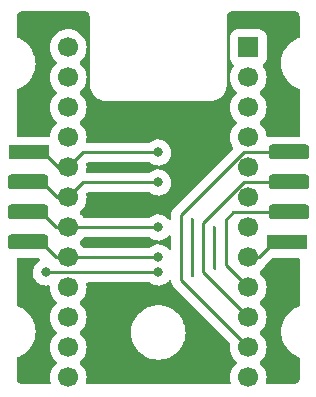
<source format=gbl>
%TF.GenerationSoftware,KiCad,Pcbnew,(6.0.11-0)*%
%TF.CreationDate,2023-02-15T20:24:27+08:00*%
%TF.ProjectId,Control,436f6e74-726f-46c2-9e6b-696361645f70,rev?*%
%TF.SameCoordinates,PX60e4b00PY5ad6650*%
%TF.FileFunction,Copper,L2,Bot*%
%TF.FilePolarity,Positive*%
%FSLAX46Y46*%
G04 Gerber Fmt 4.6, Leading zero omitted, Abs format (unit mm)*
G04 Created by KiCad (PCBNEW (6.0.11-0)) date 2023-02-15 20:24:27*
%MOMM*%
%LPD*%
G01*
G04 APERTURE LIST*
G04 Aperture macros list*
%AMRoundRect*
0 Rectangle with rounded corners*
0 $1 Rounding radius*
0 $2 $3 $4 $5 $6 $7 $8 $9 X,Y pos of 4 corners*
0 Add a 4 corners polygon primitive as box body*
4,1,4,$2,$3,$4,$5,$6,$7,$8,$9,$2,$3,0*
0 Add four circle primitives for the rounded corners*
1,1,$1+$1,$2,$3*
1,1,$1+$1,$4,$5*
1,1,$1+$1,$6,$7*
1,1,$1+$1,$8,$9*
0 Add four rect primitives between the rounded corners*
20,1,$1+$1,$2,$3,$4,$5,0*
20,1,$1+$1,$4,$5,$6,$7,0*
20,1,$1+$1,$6,$7,$8,$9,0*
20,1,$1+$1,$8,$9,$2,$3,0*%
G04 Aperture macros list end*
%TA.AperFunction,ComponentPad*%
%ADD10R,1.700000X1.700000*%
%TD*%
%TA.AperFunction,ComponentPad*%
%ADD11C,1.700000*%
%TD*%
%TA.AperFunction,ConnectorPad*%
%ADD12R,3.429000X1.270000*%
%TD*%
%TA.AperFunction,ConnectorPad*%
%ADD13RoundRect,0.317500X1.397000X-0.317500X1.397000X0.317500X-1.397000X0.317500X-1.397000X-0.317500X0*%
%TD*%
%TA.AperFunction,ConnectorPad*%
%ADD14RoundRect,0.317500X-1.397000X0.317500X-1.397000X-0.317500X1.397000X-0.317500X1.397000X0.317500X0*%
%TD*%
%TA.AperFunction,ViaPad*%
%ADD15C,0.800000*%
%TD*%
%TA.AperFunction,Conductor*%
%ADD16C,0.250000*%
%TD*%
G04 APERTURE END LIST*
D10*
%TO.P,U1,1,TX0/PD3*%
%TO.N,unconnected-(U1-Pad1)*%
X7620000Y12700000D03*
D11*
%TO.P,U1,2,RX1/PD2*%
%TO.N,unconnected-(U1-Pad2)*%
X7620000Y10160000D03*
%TO.P,U1,3,GND*%
%TO.N,unconnected-(U1-Pad3)*%
X7620000Y7620000D03*
%TO.P,U1,4,GND*%
%TO.N,unconnected-(U1-Pad4)*%
X7620000Y5080000D03*
%TO.P,U1,5,2/PD1*%
%TO.N,unconnected-(U1-Pad5)*%
X7620000Y2540000D03*
%TO.P,U1,6,3/PD0*%
%TO.N,unconnected-(U1-Pad6)*%
X7620000Y0D03*
%TO.P,U1,7,4/PD4*%
%TO.N,unconnected-(U1-Pad7)*%
X7620000Y-2540000D03*
%TO.P,U1,8,5/PC6*%
%TO.N,Row 5*%
X7620000Y-5080000D03*
%TO.P,U1,9,6/PD7*%
%TO.N,C56 Right*%
X7620000Y-7620000D03*
%TO.P,U1,10,7/PE6*%
%TO.N,C34 Right*%
X7620000Y-10160000D03*
%TO.P,U1,11,8/PB4*%
%TO.N,C12 Right*%
X7620000Y-12700000D03*
%TO.P,U1,12,9/PB5*%
%TO.N,unconnected-(U1-Pad12)*%
X7620000Y-15240000D03*
%TO.P,U1,13,10/PB6*%
%TO.N,unconnected-(U1-Pad13)*%
X-7620000Y-15240000D03*
%TO.P,U1,14,16/PB2*%
%TO.N,C12 Left*%
X-7620000Y-12700000D03*
%TO.P,U1,15,14/PB3*%
%TO.N,C34 Left*%
X-7620000Y-10160000D03*
%TO.P,U1,16,15/PB1*%
%TO.N,C56 Left*%
X-7620000Y-7620000D03*
%TO.P,U1,17,A0/PF7*%
%TO.N,Row 4*%
X-7620000Y-5080000D03*
%TO.P,U1,18,A1/PF6*%
%TO.N,Row 3*%
X-7620000Y-2540000D03*
%TO.P,U1,19,A2/PF5*%
%TO.N,Row 2*%
X-7620000Y0D03*
%TO.P,U1,20,A3/PF4*%
%TO.N,Row 1*%
X-7620000Y2540000D03*
%TO.P,U1,21,VCC*%
%TO.N,unconnected-(U1-Pad21)*%
X-7620000Y5080000D03*
%TO.P,U1,22,RST*%
%TO.N,unconnected-(U1-Pad22)*%
X-7620000Y7620000D03*
%TO.P,U1,23,GND*%
%TO.N,unconnected-(U1-Pad23)*%
X-7620000Y10160000D03*
%TO.P,U1,24,RAW*%
%TO.N,unconnected-(U1-Pad24)*%
X-7620000Y12700000D03*
%TD*%
D12*
%TO.P,J2,1,Pin_1*%
%TO.N,Row 5*%
X10922000Y-3810000D03*
D13*
%TO.P,J2,3,Pin_3*%
%TO.N,C56 Right*%
X11049000Y-1270000D03*
%TO.P,J2,5,Pin_5*%
%TO.N,C34 Right*%
X11049000Y1270000D03*
%TO.P,J2,7,Pin_7*%
%TO.N,C12 Right*%
X11049000Y3810000D03*
%TD*%
D12*
%TO.P,J1,1,Pin_1*%
%TO.N,Row 1*%
X-10922000Y3810000D03*
D14*
%TO.P,J1,3,Pin_3*%
%TO.N,Row 2*%
X-11049000Y1270000D03*
%TO.P,J1,5,Pin_5*%
%TO.N,Row 3*%
X-11049000Y-1270000D03*
%TO.P,J1,7,Pin_7*%
%TO.N,Row 4*%
X-11049000Y-3810000D03*
%TD*%
D15*
%TO.N,Row 1*%
X0Y3810000D03*
%TO.N,Row 2*%
X0Y1270000D03*
%TO.N,Row 3*%
X0Y-2540000D03*
%TO.N,Row 4*%
X0Y-5080000D03*
%TO.N,Row 5*%
X-9525000Y-6350000D03*
X0Y-6350000D03*
%TD*%
D16*
%TO.N,Row 1*%
X-6350000Y3810000D02*
X0Y3810000D01*
X-10922000Y3810000D02*
X-9779000Y3810000D01*
X-9779000Y3810000D02*
X-8509000Y2540000D01*
X-8509000Y2540000D02*
X-7620000Y2540000D01*
X-7620000Y2540000D02*
X-6350000Y3810000D01*
%TO.N,Row 2*%
X-11049000Y1270000D02*
X-9842500Y1270000D01*
X-8572500Y0D02*
X-7620000Y0D01*
X-6350000Y1270000D02*
X0Y1270000D01*
X-9842500Y1270000D02*
X-8572500Y0D01*
X-7620000Y0D02*
X-6350000Y1270000D01*
%TO.N,Row 3*%
X-7620000Y-2540000D02*
X0Y-2540000D01*
X-8636000Y-2540000D02*
X-7620000Y-2540000D01*
X-9906000Y-1270000D02*
X-8636000Y-2540000D01*
X-11049000Y-1270000D02*
X-9906000Y-1270000D01*
%TO.N,Row 4*%
X-9906000Y-3810000D02*
X-8636000Y-5080000D01*
X-8636000Y-5080000D02*
X-7620000Y-5080000D01*
X-7620000Y-5080000D02*
X0Y-5080000D01*
X-11049000Y-3810000D02*
X-9906000Y-3810000D01*
%TO.N,Row 5*%
X10477500Y-3810000D02*
X9779000Y-3810000D01*
X0Y-6350000D02*
X-9525000Y-6350000D01*
X8509000Y-5080000D02*
X7620000Y-5080000D01*
X9779000Y-3810000D02*
X8509000Y-5080000D01*
%TO.N,C56 Right*%
X11049000Y-1270000D02*
X6350000Y-1270000D01*
X5715000Y-5715000D02*
X7620000Y-7620000D01*
X5715000Y-1905000D02*
X5715000Y-5715000D01*
X6350000Y-1270000D02*
X5715000Y-1905000D01*
%TO.N,C34 Right*%
X7228299Y1270000D02*
X3810000Y-2148299D01*
X11049000Y1270000D02*
X7228299Y1270000D01*
X3810000Y-2148299D02*
X3810000Y-6350000D01*
X3810000Y-6350000D02*
X7620000Y-10160000D01*
%TO.N,C12 Right*%
X1905000Y-6985000D02*
X7620000Y-12700000D01*
X1905000Y-1513299D02*
X1905000Y-6985000D01*
X7228299Y3810000D02*
X1905000Y-1513299D01*
X11049000Y3810000D02*
X7228299Y3810000D01*
%TD*%
%TA.AperFunction,NonConductor*%
G36*
X-6387986Y15808422D02*
G01*
X-6364920Y15805385D01*
X-6364916Y15805385D01*
X-6357389Y15804394D01*
X-6344735Y15805791D01*
X-6316808Y15805760D01*
X-6246832Y15797875D01*
X-6237377Y15796810D01*
X-6209876Y15790533D01*
X-6116301Y15757790D01*
X-6090885Y15745550D01*
X-6006941Y15692804D01*
X-5984882Y15675212D01*
X-5914788Y15605118D01*
X-5897196Y15583059D01*
X-5844450Y15499115D01*
X-5832210Y15473699D01*
X-5799468Y15380128D01*
X-5793190Y15352624D01*
X-5785026Y15280172D01*
X-5785193Y15262525D01*
X-5784535Y15262518D01*
X-5784614Y15254920D01*
X-5785606Y15247389D01*
X-5783614Y15229347D01*
X-5781261Y15208032D01*
X-5780500Y15194206D01*
X-5780500Y9579432D01*
X-5781578Y9562986D01*
X-5785606Y9532389D01*
X-5784772Y9524836D01*
X-5784451Y9521924D01*
X-5784078Y9517985D01*
X-5781273Y9482346D01*
X-5768137Y9315436D01*
X-5766983Y9310629D01*
X-5766982Y9310623D01*
X-5751424Y9245821D01*
X-5719064Y9111032D01*
X-5717171Y9106461D01*
X-5717170Y9106459D01*
X-5641855Y8924634D01*
X-5638619Y8916821D01*
X-5528783Y8737585D01*
X-5392261Y8577739D01*
X-5232415Y8441217D01*
X-5053179Y8331381D01*
X-5048609Y8329488D01*
X-5048605Y8329486D01*
X-4863541Y8252830D01*
X-4858968Y8250936D01*
X-4787723Y8233832D01*
X-4659377Y8203018D01*
X-4659371Y8203017D01*
X-4654564Y8201863D01*
X-4562563Y8194623D01*
X-4495521Y8189346D01*
X-4487654Y8188477D01*
X-4463863Y8185091D01*
X-4463857Y8185091D01*
X-4459778Y8184510D01*
X-4452932Y8184438D01*
X-4449135Y8184398D01*
X-4449129Y8184398D01*
X-4445000Y8184355D01*
X-4440894Y8184852D01*
X-4440892Y8184852D01*
X-4418333Y8187582D01*
X-4410028Y8188587D01*
X-4394892Y8189500D01*
X4386239Y8189500D01*
X4403992Y8188243D01*
X4426138Y8185091D01*
X4426142Y8185091D01*
X4430222Y8184510D01*
X4437114Y8184438D01*
X4440866Y8184398D01*
X4440871Y8184398D01*
X4445000Y8184355D01*
X4466376Y8186942D01*
X4471584Y8187462D01*
X4654564Y8201863D01*
X4659371Y8203017D01*
X4659377Y8203018D01*
X4787723Y8233832D01*
X4858968Y8250936D01*
X4863541Y8252830D01*
X5048605Y8329486D01*
X5048609Y8329488D01*
X5053179Y8331381D01*
X5232415Y8441217D01*
X5392261Y8577739D01*
X5528783Y8737585D01*
X5638619Y8916821D01*
X5641856Y8924634D01*
X5717170Y9106459D01*
X5717171Y9106461D01*
X5719064Y9111032D01*
X5751424Y9245821D01*
X5766982Y9310623D01*
X5766983Y9310629D01*
X5768137Y9315436D01*
X5780654Y9474479D01*
X5781523Y9482346D01*
X5784909Y9506137D01*
X5784909Y9506143D01*
X5785490Y9510222D01*
X5785562Y9517068D01*
X5785602Y9520865D01*
X5785602Y9520871D01*
X5785645Y9525000D01*
X5783840Y9539920D01*
X5781413Y9559971D01*
X5780500Y9575108D01*
X5780500Y15181239D01*
X5781757Y15198992D01*
X5784909Y15221138D01*
X5784909Y15221142D01*
X5785490Y15225222D01*
X5785645Y15240000D01*
X5784750Y15247397D01*
X5784629Y15276646D01*
X5793190Y15352622D01*
X5799468Y15380128D01*
X5832210Y15473699D01*
X5844450Y15499115D01*
X5897196Y15583059D01*
X5914788Y15605118D01*
X5984882Y15675212D01*
X6006941Y15692804D01*
X6090885Y15745550D01*
X6116301Y15757790D01*
X6209876Y15790533D01*
X6237376Y15796810D01*
X6238697Y15796959D01*
X6309828Y15804974D01*
X6327475Y15804807D01*
X6327482Y15805465D01*
X6335080Y15805386D01*
X6342611Y15804394D01*
X6381968Y15808739D01*
X6395794Y15809500D01*
X11375568Y15809500D01*
X11392014Y15808422D01*
X11415080Y15805385D01*
X11415084Y15805385D01*
X11422611Y15804394D01*
X11435265Y15805791D01*
X11463192Y15805760D01*
X11533168Y15797875D01*
X11542623Y15796810D01*
X11570124Y15790533D01*
X11663699Y15757790D01*
X11689115Y15745550D01*
X11773059Y15692804D01*
X11795118Y15675212D01*
X11865212Y15605118D01*
X11882804Y15583059D01*
X11935550Y15499115D01*
X11947790Y15473699D01*
X11980532Y15380128D01*
X11986810Y15352624D01*
X11994974Y15280172D01*
X11994807Y15262525D01*
X11995465Y15262518D01*
X11995386Y15254920D01*
X11994394Y15247389D01*
X11996386Y15229347D01*
X11998739Y15208032D01*
X11999500Y15194206D01*
X11999500Y13651932D01*
X11979498Y13583811D01*
X11925842Y13537318D01*
X11914004Y13532620D01*
X11817748Y13499945D01*
X11814055Y13498124D01*
X11814053Y13498123D01*
X11550986Y13368393D01*
X11550981Y13368390D01*
X11547282Y13366566D01*
X11543849Y13364272D01*
X11299970Y13201318D01*
X11299965Y13201314D01*
X11296539Y13199025D01*
X11293445Y13196311D01*
X11293439Y13196307D01*
X11072900Y13002898D01*
X11069811Y13000189D01*
X11067102Y12997100D01*
X10873693Y12776561D01*
X10873689Y12776555D01*
X10870975Y12773461D01*
X10703434Y12522718D01*
X10701610Y12519019D01*
X10701607Y12519014D01*
X10668505Y12451889D01*
X10570055Y12252252D01*
X10568729Y12248347D01*
X10568729Y12248346D01*
X10483913Y11998485D01*
X10473120Y11966691D01*
X10472316Y11962647D01*
X10472314Y11962641D01*
X10423060Y11715022D01*
X10414287Y11670920D01*
X10414018Y11666815D01*
X10414017Y11666808D01*
X10397913Y11421093D01*
X10394564Y11370000D01*
X10394834Y11365881D01*
X10413953Y11074179D01*
X10414287Y11069080D01*
X10415089Y11065047D01*
X10415090Y11065041D01*
X10472314Y10777359D01*
X10473120Y10773309D01*
X10474447Y10769400D01*
X10474448Y10769396D01*
X10568729Y10491654D01*
X10570055Y10487748D01*
X10703434Y10217282D01*
X10870975Y9966539D01*
X10873689Y9963445D01*
X10873693Y9963439D01*
X11067102Y9742900D01*
X11069811Y9739811D01*
X11072900Y9737102D01*
X11293439Y9543693D01*
X11293445Y9543689D01*
X11296539Y9540975D01*
X11299965Y9538686D01*
X11299970Y9538682D01*
X11433155Y9449691D01*
X11547282Y9373434D01*
X11550981Y9371610D01*
X11550986Y9371607D01*
X11813690Y9242056D01*
X11817748Y9240055D01*
X11821646Y9238732D01*
X11821648Y9238731D01*
X11914002Y9207381D01*
X11972078Y9166544D01*
X11998856Y9100791D01*
X11999500Y9088068D01*
X11999500Y5271500D01*
X11979498Y5203379D01*
X11925842Y5156886D01*
X11873500Y5145500D01*
X9554766Y5145500D01*
X9548627Y5145189D01*
X9544040Y5144264D01*
X9544039Y5144264D01*
X9358970Y5106948D01*
X9358969Y5106948D01*
X9352925Y5105729D01*
X9339368Y5100086D01*
X9268794Y5092373D01*
X9205251Y5124041D01*
X9168917Y5185035D01*
X9165336Y5206525D01*
X9156534Y5318370D01*
X9156534Y5318371D01*
X9156146Y5323302D01*
X9099172Y5560612D01*
X9097282Y5565175D01*
X9097280Y5565181D01*
X9007672Y5781515D01*
X9007670Y5781519D01*
X9005777Y5786089D01*
X8878259Y5994179D01*
X8719759Y6179759D01*
X8632611Y6254190D01*
X8593803Y6313640D01*
X8593297Y6384634D01*
X8632611Y6445810D01*
X8719759Y6520241D01*
X8878259Y6705821D01*
X9005777Y6913911D01*
X9007672Y6918485D01*
X9097280Y7134819D01*
X9097282Y7134825D01*
X9099172Y7139388D01*
X9156146Y7376698D01*
X9175294Y7620000D01*
X9156146Y7863302D01*
X9099172Y8100612D01*
X9097282Y8105175D01*
X9097280Y8105181D01*
X9007672Y8321515D01*
X9007670Y8321519D01*
X9005777Y8326089D01*
X8878259Y8534179D01*
X8719759Y8719759D01*
X8632611Y8794190D01*
X8593803Y8853640D01*
X8593297Y8924634D01*
X8632611Y8985810D01*
X8719759Y9060241D01*
X8878259Y9245821D01*
X9005777Y9453911D01*
X9007672Y9458485D01*
X9097280Y9674819D01*
X9097282Y9674825D01*
X9099172Y9679388D01*
X9156146Y9916698D01*
X9175294Y10160000D01*
X9156146Y10403302D01*
X9099172Y10640612D01*
X9097282Y10645175D01*
X9097280Y10645181D01*
X9007672Y10861515D01*
X9007670Y10861519D01*
X9005777Y10866089D01*
X8878259Y11074179D01*
X8875046Y11077941D01*
X8875043Y11077945D01*
X8859699Y11095911D01*
X8830668Y11160700D01*
X8841273Y11230900D01*
X8890240Y11285517D01*
X8905408Y11294703D01*
X9025297Y11414592D01*
X9113127Y11559617D01*
X9163829Y11721406D01*
X9170500Y11794007D01*
X9170500Y12700000D01*
X9170499Y13603109D01*
X9170499Y13605992D01*
X9170234Y13608884D01*
X9164440Y13671940D01*
X9163829Y13678594D01*
X9113127Y13840383D01*
X9025297Y13985408D01*
X8905408Y14105297D01*
X8760383Y14193127D01*
X8753136Y14195398D01*
X8753134Y14195399D01*
X8687894Y14215844D01*
X8598594Y14243829D01*
X8525993Y14250500D01*
X8523095Y14250500D01*
X7617650Y14250499D01*
X6714008Y14250499D01*
X6711150Y14250236D01*
X6711141Y14250236D01*
X6675757Y14246985D01*
X6641406Y14243829D01*
X6635028Y14241830D01*
X6635027Y14241830D01*
X6486866Y14195399D01*
X6486864Y14195398D01*
X6479617Y14193127D01*
X6334592Y14105297D01*
X6214703Y13985408D01*
X6126873Y13840383D01*
X6076171Y13678594D01*
X6069500Y13605993D01*
X6069500Y13603095D01*
X6069501Y12697646D01*
X6069501Y11794008D01*
X6069764Y11791150D01*
X6069764Y11791141D01*
X6070253Y11785821D01*
X6076171Y11721406D01*
X6126873Y11559617D01*
X6214703Y11414592D01*
X6334592Y11294703D01*
X6349760Y11285517D01*
X6397666Y11233123D01*
X6409642Y11163144D01*
X6380301Y11095911D01*
X6364957Y11077945D01*
X6364954Y11077941D01*
X6361741Y11074179D01*
X6234223Y10866089D01*
X6232330Y10861519D01*
X6232328Y10861515D01*
X6142720Y10645181D01*
X6142718Y10645175D01*
X6140828Y10640612D01*
X6083854Y10403302D01*
X6064706Y10160000D01*
X6083854Y9916698D01*
X6140828Y9679388D01*
X6142718Y9674825D01*
X6142720Y9674819D01*
X6232328Y9458485D01*
X6234223Y9453911D01*
X6361741Y9245821D01*
X6520241Y9060241D01*
X6607389Y8985810D01*
X6646197Y8926360D01*
X6646703Y8855366D01*
X6607389Y8794190D01*
X6520241Y8719759D01*
X6361741Y8534179D01*
X6234223Y8326089D01*
X6232330Y8321519D01*
X6232328Y8321515D01*
X6142720Y8105181D01*
X6142718Y8105175D01*
X6140828Y8100612D01*
X6083854Y7863302D01*
X6064706Y7620000D01*
X6083854Y7376698D01*
X6140828Y7139388D01*
X6142718Y7134825D01*
X6142720Y7134819D01*
X6232328Y6918485D01*
X6234223Y6913911D01*
X6361741Y6705821D01*
X6520241Y6520241D01*
X6607389Y6445810D01*
X6646197Y6386360D01*
X6646703Y6315366D01*
X6607389Y6254190D01*
X6520241Y6179759D01*
X6361741Y5994179D01*
X6234223Y5786089D01*
X6232330Y5781519D01*
X6232328Y5781515D01*
X6142720Y5565181D01*
X6142718Y5565175D01*
X6140828Y5560612D01*
X6083854Y5323302D01*
X6064706Y5080000D01*
X6083854Y4836698D01*
X6140828Y4599388D01*
X6142718Y4594825D01*
X6142720Y4594819D01*
X6212409Y4426575D01*
X6234223Y4373911D01*
X6236808Y4369692D01*
X6236814Y4369681D01*
X6330718Y4216445D01*
X6349257Y4147912D01*
X6327801Y4080235D01*
X6312381Y4061515D01*
X1349583Y-901283D01*
X1341817Y-908425D01*
X1303671Y-940661D01*
X1256207Y-1002741D01*
X1254397Y-1005049D01*
X1205455Y-1065921D01*
X1202421Y-1072032D01*
X1201128Y-1074054D01*
X1200803Y-1074518D01*
X1200389Y-1075184D01*
X1200127Y-1075660D01*
X1198873Y-1077731D01*
X1194733Y-1083146D01*
X1186986Y-1099759D01*
X1161747Y-1153884D01*
X1160413Y-1156655D01*
X1125705Y-1226575D01*
X1124054Y-1233198D01*
X1123223Y-1235456D01*
X1123006Y-1235977D01*
X1122746Y-1236711D01*
X1122584Y-1237261D01*
X1121815Y-1239519D01*
X1118933Y-1245700D01*
X1117445Y-1252357D01*
X1117443Y-1252363D01*
X1101907Y-1321865D01*
X1101199Y-1324861D01*
X1090989Y-1365811D01*
X1082314Y-1400605D01*
X1082123Y-1407428D01*
X1081795Y-1409823D01*
X1081597Y-1410920D01*
X1080935Y-1415693D01*
X1079807Y-1420739D01*
X1079500Y-1426230D01*
X1079500Y-1499606D01*
X1079451Y-1503123D01*
X1078353Y-1542449D01*
X1077307Y-1579894D01*
X1078586Y-1586597D01*
X1079094Y-1592912D01*
X1079500Y-1603019D01*
X1079500Y-1766869D01*
X1059498Y-1834990D01*
X1005842Y-1881483D01*
X935568Y-1891587D01*
X870988Y-1862093D01*
X852542Y-1842258D01*
X824788Y-1805091D01*
X824787Y-1805090D01*
X821335Y-1800467D01*
X810315Y-1790280D01*
X677053Y-1667094D01*
X677051Y-1667092D01*
X672812Y-1663174D01*
X645374Y-1645862D01*
X506637Y-1558325D01*
X501757Y-1555246D01*
X313898Y-1480298D01*
X115526Y-1440839D01*
X109752Y-1440763D01*
X109748Y-1440763D01*
X7257Y-1439422D01*
X-86714Y-1438192D01*
X-92411Y-1439171D01*
X-92412Y-1439171D01*
X-280354Y-1471465D01*
X-280355Y-1471465D01*
X-286051Y-1472444D01*
X-475807Y-1542449D01*
X-480768Y-1545401D01*
X-480769Y-1545401D01*
X-531631Y-1575661D01*
X-649629Y-1645862D01*
X-665856Y-1660093D01*
X-692242Y-1683232D01*
X-756647Y-1713109D01*
X-775319Y-1714500D01*
X-6236835Y-1714500D01*
X-6304956Y-1694498D01*
X-6344267Y-1654336D01*
X-6359155Y-1630041D01*
X-6361741Y-1625821D01*
X-6404581Y-1575661D01*
X-6517028Y-1444003D01*
X-6520241Y-1440241D01*
X-6607389Y-1365810D01*
X-6646197Y-1306360D01*
X-6646703Y-1235366D01*
X-6607389Y-1174190D01*
X-6520241Y-1099759D01*
X-6361741Y-914179D01*
X-6234223Y-706089D01*
X-6212409Y-653425D01*
X-6142720Y-485181D01*
X-6142718Y-485175D01*
X-6140828Y-480612D01*
X-6083854Y-243302D01*
X-6064706Y0D01*
X-6083854Y243302D01*
X-6091661Y275820D01*
X-6088115Y346727D01*
X-6058238Y394329D01*
X-6044972Y407595D01*
X-5982660Y441621D01*
X-5955877Y444500D01*
X-780575Y444500D01*
X-712454Y424498D01*
X-701282Y416421D01*
X-699667Y415113D01*
X-695534Y411087D01*
X-690738Y407882D01*
X-690735Y407880D01*
X-623349Y362854D01*
X-527363Y298718D01*
X-522060Y296440D01*
X-522057Y296438D01*
X-346837Y221158D01*
X-341530Y218878D01*
X-144260Y174240D01*
X-138491Y174013D01*
X-138488Y174013D01*
X-62317Y171021D01*
X57842Y166300D01*
X144132Y178811D01*
X252286Y194492D01*
X252291Y194493D01*
X258007Y195322D01*
X263479Y197180D01*
X263481Y197180D01*
X444067Y258481D01*
X444069Y258482D01*
X449531Y260336D01*
X572017Y328931D01*
X620964Y356342D01*
X620965Y356343D01*
X626001Y359163D01*
X688433Y411087D01*
X777073Y484809D01*
X781505Y488495D01*
X910837Y643999D01*
X1009664Y820469D01*
X1074678Y1011993D01*
X1075507Y1017709D01*
X1075508Y1017714D01*
X1092809Y1137044D01*
X1103700Y1212158D01*
X1105215Y1270000D01*
X1086708Y1471409D01*
X1031807Y1666074D01*
X942351Y1847473D01*
X870585Y1943580D01*
X824788Y2004909D01*
X824787Y2004910D01*
X821335Y2009533D01*
X817099Y2013449D01*
X677053Y2142906D01*
X677051Y2142908D01*
X672812Y2146826D01*
X645374Y2164138D01*
X506637Y2251675D01*
X501757Y2254754D01*
X313898Y2329702D01*
X115526Y2369161D01*
X109752Y2369237D01*
X109748Y2369237D01*
X7257Y2370578D01*
X-86714Y2371808D01*
X-92411Y2370829D01*
X-92412Y2370829D01*
X-280354Y2338535D01*
X-280355Y2338535D01*
X-286051Y2337556D01*
X-475807Y2267551D01*
X-649629Y2164138D01*
X-653973Y2160328D01*
X-692242Y2126768D01*
X-756647Y2096891D01*
X-775319Y2095500D01*
X-5972327Y2095500D01*
X-6040448Y2115502D01*
X-6086941Y2169158D01*
X-6097045Y2239432D01*
X-6094845Y2250915D01*
X-6085011Y2291876D01*
X-6085010Y2291884D01*
X-6083854Y2296698D01*
X-6064706Y2540000D01*
X-6083854Y2783302D01*
X-6091661Y2815820D01*
X-6088115Y2886727D01*
X-6058238Y2934329D01*
X-6044972Y2947595D01*
X-5982660Y2981621D01*
X-5955877Y2984500D01*
X-780575Y2984500D01*
X-712454Y2964498D01*
X-701282Y2956421D01*
X-699667Y2955113D01*
X-695534Y2951087D01*
X-690738Y2947882D01*
X-690735Y2947880D01*
X-623349Y2902854D01*
X-527363Y2838718D01*
X-522060Y2836440D01*
X-522057Y2836438D01*
X-346837Y2761158D01*
X-341530Y2758878D01*
X-144260Y2714240D01*
X-138491Y2714013D01*
X-138488Y2714013D01*
X-62317Y2711021D01*
X57842Y2706300D01*
X144132Y2718811D01*
X252286Y2734492D01*
X252291Y2734493D01*
X258007Y2735322D01*
X263479Y2737180D01*
X263481Y2737180D01*
X444067Y2798481D01*
X444069Y2798482D01*
X449531Y2800336D01*
X572017Y2868931D01*
X620964Y2896342D01*
X620965Y2896343D01*
X626001Y2899163D01*
X688433Y2951087D01*
X777073Y3024809D01*
X781505Y3028495D01*
X910837Y3183999D01*
X1009664Y3360469D01*
X1074678Y3551993D01*
X1075507Y3557709D01*
X1075508Y3557714D01*
X1103167Y3748484D01*
X1103700Y3752158D01*
X1105215Y3810000D01*
X1086708Y4011409D01*
X1031807Y4206074D01*
X942351Y4387473D01*
X870585Y4483580D01*
X824788Y4544909D01*
X824787Y4544910D01*
X821335Y4549533D01*
X762204Y4604193D01*
X677053Y4682906D01*
X677051Y4682908D01*
X672812Y4686826D01*
X645374Y4704138D01*
X506637Y4791675D01*
X501757Y4794754D01*
X313898Y4869702D01*
X115526Y4909161D01*
X109752Y4909237D01*
X109748Y4909237D01*
X7257Y4910578D01*
X-86714Y4911808D01*
X-92411Y4910829D01*
X-92412Y4910829D01*
X-280354Y4878535D01*
X-280355Y4878535D01*
X-286051Y4877556D01*
X-475807Y4807551D01*
X-649629Y4704138D01*
X-653973Y4700328D01*
X-692242Y4666768D01*
X-756647Y4636891D01*
X-775319Y4635500D01*
X-5972327Y4635500D01*
X-6040448Y4655502D01*
X-6086941Y4709158D01*
X-6097045Y4779432D01*
X-6094845Y4790915D01*
X-6085011Y4831876D01*
X-6085009Y4831889D01*
X-6083854Y4836698D01*
X-6064706Y5080000D01*
X-6083854Y5323302D01*
X-6140828Y5560612D01*
X-6142718Y5565175D01*
X-6142720Y5565181D01*
X-6232328Y5781515D01*
X-6232330Y5781519D01*
X-6234223Y5786089D01*
X-6361741Y5994179D01*
X-6520241Y6179759D01*
X-6607389Y6254190D01*
X-6646197Y6313640D01*
X-6646703Y6384634D01*
X-6607389Y6445810D01*
X-6520241Y6520241D01*
X-6361741Y6705821D01*
X-6234223Y6913911D01*
X-6232328Y6918485D01*
X-6142720Y7134819D01*
X-6142718Y7134825D01*
X-6140828Y7139388D01*
X-6083854Y7376698D01*
X-6064706Y7620000D01*
X-6083854Y7863302D01*
X-6140828Y8100612D01*
X-6142718Y8105175D01*
X-6142720Y8105181D01*
X-6232328Y8321515D01*
X-6232330Y8321519D01*
X-6234223Y8326089D01*
X-6361741Y8534179D01*
X-6520241Y8719759D01*
X-6607389Y8794190D01*
X-6646197Y8853640D01*
X-6646703Y8924634D01*
X-6607389Y8985810D01*
X-6520241Y9060241D01*
X-6361741Y9245821D01*
X-6234223Y9453911D01*
X-6232328Y9458485D01*
X-6142720Y9674819D01*
X-6142718Y9674825D01*
X-6140828Y9679388D01*
X-6083854Y9916698D01*
X-6064706Y10160000D01*
X-6083854Y10403302D01*
X-6140828Y10640612D01*
X-6142718Y10645175D01*
X-6142720Y10645181D01*
X-6232328Y10861515D01*
X-6232330Y10861519D01*
X-6234223Y10866089D01*
X-6361741Y11074179D01*
X-6520241Y11259759D01*
X-6607389Y11334190D01*
X-6646197Y11393640D01*
X-6646703Y11464634D01*
X-6607389Y11525810D01*
X-6520241Y11600241D01*
X-6361741Y11785821D01*
X-6234223Y11993911D01*
X-6232328Y11998485D01*
X-6142720Y12214819D01*
X-6142718Y12214825D01*
X-6140828Y12219388D01*
X-6133875Y12248346D01*
X-6085009Y12451889D01*
X-6083854Y12456698D01*
X-6064706Y12700000D01*
X-6083854Y12943302D01*
X-6140828Y13180612D01*
X-6142718Y13185175D01*
X-6142720Y13185181D01*
X-6232328Y13401515D01*
X-6232330Y13401519D01*
X-6234223Y13406089D01*
X-6361741Y13614179D01*
X-6520241Y13799759D01*
X-6705821Y13958259D01*
X-6913911Y14085777D01*
X-6918481Y14087670D01*
X-6918485Y14087672D01*
X-7134819Y14177280D01*
X-7134825Y14177282D01*
X-7139388Y14179172D01*
X-7144188Y14180324D01*
X-7144193Y14180326D01*
X-7252702Y14206377D01*
X-7376698Y14236146D01*
X-7620000Y14255294D01*
X-7863302Y14236146D01*
X-7987298Y14206377D01*
X-8095807Y14180326D01*
X-8095812Y14180324D01*
X-8100612Y14179172D01*
X-8105175Y14177282D01*
X-8105181Y14177280D01*
X-8321515Y14087672D01*
X-8321519Y14087670D01*
X-8326089Y14085777D01*
X-8534179Y13958259D01*
X-8719759Y13799759D01*
X-8878259Y13614179D01*
X-9005777Y13406089D01*
X-9007670Y13401519D01*
X-9007672Y13401515D01*
X-9097280Y13185181D01*
X-9097282Y13185175D01*
X-9099172Y13180612D01*
X-9156146Y12943302D01*
X-9175294Y12700000D01*
X-9156146Y12456698D01*
X-9154991Y12451889D01*
X-9106124Y12248346D01*
X-9099172Y12219388D01*
X-9097282Y12214825D01*
X-9097280Y12214819D01*
X-9007672Y11998485D01*
X-9005777Y11993911D01*
X-8878259Y11785821D01*
X-8719759Y11600241D01*
X-8632611Y11525810D01*
X-8593803Y11466360D01*
X-8593297Y11395366D01*
X-8632611Y11334190D01*
X-8719759Y11259759D01*
X-8878259Y11074179D01*
X-9005777Y10866089D01*
X-9007670Y10861519D01*
X-9007672Y10861515D01*
X-9097280Y10645181D01*
X-9097282Y10645175D01*
X-9099172Y10640612D01*
X-9156146Y10403302D01*
X-9175294Y10160000D01*
X-9156146Y9916698D01*
X-9099172Y9679388D01*
X-9097282Y9674825D01*
X-9097280Y9674819D01*
X-9007672Y9458485D01*
X-9005777Y9453911D01*
X-8878259Y9245821D01*
X-8719759Y9060241D01*
X-8632611Y8985810D01*
X-8593803Y8926360D01*
X-8593297Y8855366D01*
X-8632611Y8794190D01*
X-8719759Y8719759D01*
X-8878259Y8534179D01*
X-9005777Y8326089D01*
X-9007670Y8321519D01*
X-9007672Y8321515D01*
X-9097280Y8105181D01*
X-9097282Y8105175D01*
X-9099172Y8100612D01*
X-9156146Y7863302D01*
X-9175294Y7620000D01*
X-9156146Y7376698D01*
X-9099172Y7139388D01*
X-9097282Y7134825D01*
X-9097280Y7134819D01*
X-9007672Y6918485D01*
X-9005777Y6913911D01*
X-8878259Y6705821D01*
X-8719759Y6520241D01*
X-8632611Y6445810D01*
X-8593803Y6386360D01*
X-8593297Y6315366D01*
X-8632611Y6254190D01*
X-8719759Y6179759D01*
X-8878259Y5994179D01*
X-9005777Y5786089D01*
X-9007670Y5781519D01*
X-9007672Y5781515D01*
X-9097280Y5565181D01*
X-9097282Y5565175D01*
X-9099172Y5560612D01*
X-9156146Y5323302D01*
X-9156534Y5318371D01*
X-9161001Y5261614D01*
X-9186287Y5195273D01*
X-9243425Y5153133D01*
X-9286613Y5145500D01*
X-10529241Y5145500D01*
X-11873500Y5145499D01*
X-11941621Y5165501D01*
X-11988114Y5219157D01*
X-11999500Y5271499D01*
X-11999500Y9088068D01*
X-11979498Y9156189D01*
X-11925842Y9202682D01*
X-11914002Y9207381D01*
X-11821648Y9238731D01*
X-11821646Y9238732D01*
X-11817748Y9240055D01*
X-11813690Y9242056D01*
X-11550986Y9371607D01*
X-11550981Y9371610D01*
X-11547282Y9373434D01*
X-11433155Y9449691D01*
X-11299970Y9538682D01*
X-11299965Y9538686D01*
X-11296539Y9540975D01*
X-11293445Y9543689D01*
X-11293439Y9543693D01*
X-11072900Y9737102D01*
X-11069811Y9739811D01*
X-11067102Y9742900D01*
X-10873693Y9963439D01*
X-10873689Y9963445D01*
X-10870975Y9966539D01*
X-10703434Y10217282D01*
X-10570055Y10487748D01*
X-10568729Y10491654D01*
X-10474448Y10769396D01*
X-10474447Y10769400D01*
X-10473120Y10773309D01*
X-10472314Y10777359D01*
X-10415090Y11065041D01*
X-10415089Y11065047D01*
X-10414287Y11069080D01*
X-10413952Y11074179D01*
X-10394834Y11365881D01*
X-10394564Y11370000D01*
X-10397913Y11421093D01*
X-10414017Y11666808D01*
X-10414018Y11666815D01*
X-10414287Y11670920D01*
X-10423059Y11715022D01*
X-10472314Y11962641D01*
X-10472316Y11962647D01*
X-10473120Y11966691D01*
X-10483912Y11998485D01*
X-10568729Y12248346D01*
X-10568729Y12248347D01*
X-10570055Y12252252D01*
X-10668505Y12451889D01*
X-10701607Y12519014D01*
X-10701610Y12519019D01*
X-10703434Y12522718D01*
X-10870975Y12773461D01*
X-10873689Y12776555D01*
X-10873693Y12776561D01*
X-11067102Y12997100D01*
X-11069811Y13000189D01*
X-11072900Y13002898D01*
X-11293439Y13196307D01*
X-11293445Y13196311D01*
X-11296539Y13199025D01*
X-11299965Y13201314D01*
X-11299970Y13201318D01*
X-11543849Y13364272D01*
X-11547282Y13366566D01*
X-11550981Y13368390D01*
X-11550986Y13368393D01*
X-11814053Y13498123D01*
X-11814055Y13498124D01*
X-11817748Y13499945D01*
X-11914002Y13532619D01*
X-11972078Y13573456D01*
X-11998856Y13639209D01*
X-11999500Y13651932D01*
X-11999500Y15181239D01*
X-11998243Y15198992D01*
X-11995091Y15221138D01*
X-11995091Y15221142D01*
X-11994510Y15225222D01*
X-11994355Y15240000D01*
X-11995250Y15247397D01*
X-11995371Y15276646D01*
X-11986810Y15352622D01*
X-11980532Y15380128D01*
X-11947790Y15473699D01*
X-11935550Y15499115D01*
X-11882804Y15583059D01*
X-11865212Y15605118D01*
X-11795118Y15675212D01*
X-11773059Y15692804D01*
X-11689115Y15745550D01*
X-11663699Y15757790D01*
X-11570124Y15790533D01*
X-11542624Y15796810D01*
X-11541303Y15796959D01*
X-11470172Y15804974D01*
X-11452525Y15804807D01*
X-11452518Y15805465D01*
X-11444920Y15805386D01*
X-11437389Y15804394D01*
X-11398032Y15808739D01*
X-11384206Y15809500D01*
X-6404432Y15809500D01*
X-6387986Y15808422D01*
G37*
%TD.AperFunction*%
%TA.AperFunction,NonConductor*%
G36*
X1047036Y-3227330D02*
G01*
X1077829Y-3291301D01*
X1079500Y-3311752D01*
X1079500Y-4306869D01*
X1059498Y-4374990D01*
X1005842Y-4421483D01*
X935568Y-4431587D01*
X870988Y-4402093D01*
X852542Y-4382258D01*
X824788Y-4345091D01*
X824787Y-4345090D01*
X821335Y-4340467D01*
X784989Y-4306869D01*
X677053Y-4207094D01*
X677051Y-4207092D01*
X672812Y-4203174D01*
X645374Y-4185862D01*
X506637Y-4098325D01*
X501757Y-4095246D01*
X313898Y-4020298D01*
X115526Y-3980839D01*
X109752Y-3980763D01*
X109748Y-3980763D01*
X7257Y-3979422D01*
X-86714Y-3978192D01*
X-92411Y-3979171D01*
X-92412Y-3979171D01*
X-280354Y-4011465D01*
X-280355Y-4011465D01*
X-286051Y-4012444D01*
X-475807Y-4082449D01*
X-649629Y-4185862D01*
X-665856Y-4200093D01*
X-692242Y-4223232D01*
X-756647Y-4253109D01*
X-775319Y-4254500D01*
X-6236835Y-4254500D01*
X-6304956Y-4234498D01*
X-6344267Y-4194336D01*
X-6359155Y-4170041D01*
X-6361741Y-4165821D01*
X-6423844Y-4093107D01*
X-6517028Y-3984003D01*
X-6520241Y-3980241D01*
X-6607389Y-3905810D01*
X-6646197Y-3846360D01*
X-6646703Y-3775366D01*
X-6607389Y-3714190D01*
X-6520241Y-3639759D01*
X-6361741Y-3454179D01*
X-6344267Y-3425664D01*
X-6291618Y-3378033D01*
X-6236835Y-3365500D01*
X-780575Y-3365500D01*
X-712454Y-3385502D01*
X-701282Y-3393579D01*
X-699667Y-3394887D01*
X-695534Y-3398913D01*
X-690738Y-3402118D01*
X-690735Y-3402120D01*
X-655499Y-3425664D01*
X-527363Y-3511282D01*
X-522060Y-3513560D01*
X-522057Y-3513562D01*
X-433709Y-3551519D01*
X-341530Y-3591122D01*
X-144260Y-3635760D01*
X-138491Y-3635987D01*
X-138488Y-3635987D01*
X-62317Y-3638979D01*
X57842Y-3643700D01*
X144132Y-3631189D01*
X252286Y-3615508D01*
X252291Y-3615507D01*
X258007Y-3614678D01*
X263479Y-3612820D01*
X263481Y-3612820D01*
X444067Y-3551519D01*
X444069Y-3551518D01*
X449531Y-3549664D01*
X613305Y-3457947D01*
X620964Y-3453658D01*
X620965Y-3453657D01*
X626001Y-3450837D01*
X688433Y-3398913D01*
X777073Y-3325191D01*
X781505Y-3321505D01*
X785191Y-3317073D01*
X785196Y-3317068D01*
X856626Y-3231183D01*
X915564Y-3191599D01*
X986546Y-3190163D01*
X1047036Y-3227330D01*
G37*
%TD.AperFunction*%
%TA.AperFunction,NonConductor*%
G36*
X4807532Y-2422367D02*
G01*
X4864368Y-2464914D01*
X4889179Y-2531434D01*
X4889500Y-2540423D01*
X4889500Y-5674990D01*
X4889058Y-5685534D01*
X4887058Y-5709351D01*
X4880850Y-5725388D01*
X4882396Y-5727794D01*
X4886393Y-5746629D01*
X4895203Y-5812661D01*
X4895573Y-5815715D01*
X4904003Y-5893309D01*
X4906181Y-5899781D01*
X4906690Y-5902094D01*
X4906789Y-5902657D01*
X4906973Y-5903448D01*
X4907124Y-5903968D01*
X4907699Y-5906309D01*
X4908601Y-5913071D01*
X4915699Y-5932571D01*
X4924860Y-5957740D01*
X4929364Y-6028593D01*
X4894846Y-6090634D01*
X4832267Y-6124165D01*
X4761493Y-6118539D01*
X4717364Y-6089931D01*
X4672405Y-6044972D01*
X4638379Y-5982660D01*
X4635500Y-5955877D01*
X4635500Y-5763292D01*
X4643824Y-5734943D01*
X4638057Y-5724064D01*
X4635500Y-5698807D01*
X4635500Y-2542423D01*
X4655502Y-2474302D01*
X4672405Y-2453328D01*
X4674405Y-2451328D01*
X4736717Y-2417302D01*
X4807532Y-2422367D01*
G37*
%TD.AperFunction*%
%TA.AperFunction,NonConductor*%
G36*
X2942195Y-1747704D02*
G01*
X2999031Y-1790251D01*
X3023842Y-1856771D01*
X3021128Y-1893247D01*
X3006907Y-1956866D01*
X3006199Y-1959861D01*
X2993207Y-2011971D01*
X2987314Y-2035605D01*
X2987123Y-2042428D01*
X2986795Y-2044823D01*
X2986597Y-2045920D01*
X2985935Y-2050693D01*
X2984807Y-2055739D01*
X2984500Y-2061230D01*
X2984500Y-2134606D01*
X2984451Y-2138122D01*
X2982307Y-2214894D01*
X2983586Y-2221597D01*
X2984094Y-2227912D01*
X2984500Y-2238019D01*
X2984500Y-6309990D01*
X2984058Y-6320534D01*
X2982058Y-6344351D01*
X2975850Y-6360388D01*
X2977396Y-6362794D01*
X2981393Y-6381629D01*
X2990203Y-6447661D01*
X2990573Y-6450715D01*
X2999003Y-6528309D01*
X3001181Y-6534781D01*
X3001690Y-6537094D01*
X3001789Y-6537657D01*
X3001973Y-6538448D01*
X3002124Y-6538968D01*
X3002699Y-6541309D01*
X3003601Y-6548071D01*
X3005935Y-6554482D01*
X3019860Y-6592740D01*
X3024364Y-6663593D01*
X2989846Y-6725634D01*
X2927267Y-6759165D01*
X2856493Y-6753539D01*
X2812364Y-6724931D01*
X2767405Y-6679972D01*
X2733379Y-6617660D01*
X2730500Y-6590877D01*
X2730500Y-6398292D01*
X2738824Y-6369943D01*
X2733057Y-6359064D01*
X2730500Y-6333807D01*
X2730500Y-2213166D01*
X2731124Y-2211040D01*
X2730500Y-2206221D01*
X2730500Y-1907423D01*
X2750502Y-1839302D01*
X2767405Y-1818328D01*
X2809068Y-1776665D01*
X2871380Y-1742639D01*
X2942195Y-1747704D01*
G37*
%TD.AperFunction*%
%TA.AperFunction,NonConductor*%
G36*
X11941621Y-5165501D02*
G01*
X11988114Y-5219157D01*
X11999500Y-5271499D01*
X11999500Y-9088068D01*
X11979498Y-9156189D01*
X11925842Y-9202682D01*
X11914004Y-9207380D01*
X11817748Y-9240055D01*
X11814055Y-9241876D01*
X11814053Y-9241877D01*
X11550986Y-9371607D01*
X11550981Y-9371610D01*
X11547282Y-9373434D01*
X11543849Y-9375728D01*
X11299970Y-9538682D01*
X11299965Y-9538686D01*
X11296539Y-9540975D01*
X11293445Y-9543689D01*
X11293439Y-9543693D01*
X11230737Y-9598682D01*
X11069811Y-9739811D01*
X11067102Y-9742900D01*
X10873693Y-9963439D01*
X10873689Y-9963445D01*
X10870975Y-9966539D01*
X10868686Y-9969965D01*
X10868682Y-9969970D01*
X10745003Y-10155070D01*
X10703434Y-10217282D01*
X10701610Y-10220981D01*
X10701607Y-10220986D01*
X10633135Y-10359834D01*
X10570055Y-10487748D01*
X10568729Y-10491653D01*
X10568729Y-10491654D01*
X10516614Y-10645181D01*
X10473120Y-10773309D01*
X10472316Y-10777353D01*
X10472314Y-10777359D01*
X10454665Y-10866089D01*
X10414287Y-11069080D01*
X10414018Y-11073185D01*
X10414017Y-11073192D01*
X10413706Y-11077944D01*
X10394564Y-11370000D01*
X10394834Y-11374119D01*
X10409655Y-11600241D01*
X10414287Y-11670920D01*
X10415089Y-11674953D01*
X10415090Y-11674959D01*
X10437142Y-11785821D01*
X10473120Y-11966691D01*
X10474447Y-11970600D01*
X10474448Y-11970604D01*
X10557348Y-12214819D01*
X10570055Y-12252252D01*
X10621004Y-12355567D01*
X10670877Y-12456698D01*
X10703434Y-12522718D01*
X10870975Y-12773461D01*
X10873689Y-12776555D01*
X10873693Y-12776561D01*
X11067102Y-12997100D01*
X11069811Y-13000189D01*
X11072900Y-13002898D01*
X11293439Y-13196307D01*
X11293445Y-13196311D01*
X11296539Y-13199025D01*
X11299965Y-13201314D01*
X11299970Y-13201318D01*
X11386335Y-13259025D01*
X11547282Y-13366566D01*
X11550981Y-13368390D01*
X11550986Y-13368393D01*
X11814053Y-13498123D01*
X11817748Y-13499945D01*
X11821646Y-13501268D01*
X11821648Y-13501269D01*
X11914002Y-13532619D01*
X11972078Y-13573456D01*
X11998856Y-13639209D01*
X11999500Y-13651932D01*
X11999500Y-15185568D01*
X11998422Y-15202014D01*
X11994394Y-15232611D01*
X11995791Y-15245265D01*
X11995760Y-15273192D01*
X11987875Y-15343168D01*
X11986810Y-15352623D01*
X11980533Y-15380124D01*
X11947790Y-15473699D01*
X11935550Y-15499115D01*
X11882804Y-15583059D01*
X11865212Y-15605118D01*
X11795118Y-15675212D01*
X11773059Y-15692804D01*
X11689115Y-15745550D01*
X11663699Y-15757790D01*
X11570124Y-15790533D01*
X11542624Y-15796810D01*
X11470172Y-15804974D01*
X11452525Y-15804807D01*
X11452518Y-15805465D01*
X11444920Y-15805386D01*
X11437389Y-15804394D01*
X11398858Y-15808648D01*
X11398032Y-15808739D01*
X11384206Y-15809500D01*
X9237663Y-15809500D01*
X9169542Y-15789498D01*
X9123049Y-15735842D01*
X9112945Y-15665568D01*
X9115144Y-15654085D01*
X9132196Y-15583059D01*
X9156146Y-15483302D01*
X9175294Y-15240000D01*
X9156146Y-14996698D01*
X9099172Y-14759388D01*
X9097282Y-14754825D01*
X9097280Y-14754819D01*
X9007672Y-14538485D01*
X9007670Y-14538481D01*
X9005777Y-14533911D01*
X8878259Y-14325821D01*
X8719759Y-14140241D01*
X8632611Y-14065810D01*
X8593803Y-14006360D01*
X8593297Y-13935366D01*
X8632611Y-13874190D01*
X8719759Y-13799759D01*
X8878259Y-13614179D01*
X9005777Y-13406089D01*
X9007672Y-13401515D01*
X9097280Y-13185181D01*
X9097282Y-13185175D01*
X9099172Y-13180612D01*
X9156146Y-12943302D01*
X9175294Y-12700000D01*
X9156146Y-12456698D01*
X9107062Y-12252252D01*
X9100326Y-12224193D01*
X9100324Y-12224188D01*
X9099172Y-12219388D01*
X9097282Y-12214825D01*
X9097280Y-12214819D01*
X9007672Y-11998485D01*
X9007670Y-11998481D01*
X9005777Y-11993911D01*
X8878259Y-11785821D01*
X8719759Y-11600241D01*
X8632611Y-11525810D01*
X8593803Y-11466360D01*
X8593297Y-11395366D01*
X8632611Y-11334190D01*
X8719759Y-11259759D01*
X8878259Y-11074179D01*
X9005777Y-10866089D01*
X9007672Y-10861515D01*
X9097280Y-10645181D01*
X9097282Y-10645175D01*
X9099172Y-10640612D01*
X9156146Y-10403302D01*
X9175294Y-10160000D01*
X9156146Y-9916698D01*
X9099172Y-9679388D01*
X9097282Y-9674825D01*
X9097280Y-9674819D01*
X9007672Y-9458485D01*
X9007670Y-9458481D01*
X9005777Y-9453911D01*
X8878259Y-9245821D01*
X8719759Y-9060241D01*
X8632611Y-8985810D01*
X8593803Y-8926360D01*
X8593297Y-8855366D01*
X8632611Y-8794190D01*
X8719759Y-8719759D01*
X8878259Y-8534179D01*
X9005777Y-8326089D01*
X9007672Y-8321515D01*
X9097280Y-8105181D01*
X9097282Y-8105175D01*
X9099172Y-8100612D01*
X9156146Y-7863302D01*
X9175294Y-7620000D01*
X9156146Y-7376698D01*
X9126377Y-7252702D01*
X9100326Y-7144193D01*
X9100324Y-7144188D01*
X9099172Y-7139388D01*
X9097282Y-7134825D01*
X9097280Y-7134819D01*
X9007672Y-6918485D01*
X9007670Y-6918481D01*
X9005777Y-6913911D01*
X8878259Y-6705821D01*
X8719759Y-6520241D01*
X8632611Y-6445810D01*
X8593803Y-6386360D01*
X8593297Y-6315366D01*
X8632611Y-6254190D01*
X8719759Y-6179759D01*
X8878259Y-5994179D01*
X9005777Y-5786089D01*
X9011395Y-5772527D01*
X9021239Y-5748759D01*
X9048553Y-5707881D01*
X9083042Y-5673392D01*
X9085564Y-5670939D01*
X9136398Y-5622868D01*
X9136400Y-5622865D01*
X9141357Y-5618178D01*
X9145192Y-5612534D01*
X9149306Y-5607701D01*
X9156164Y-5600270D01*
X9574029Y-5182405D01*
X9636341Y-5148379D01*
X9663124Y-5145500D01*
X10310520Y-5145500D01*
X11873500Y-5145499D01*
X11941621Y-5165501D01*
G37*
%TD.AperFunction*%
%TA.AperFunction,NonConductor*%
G36*
X1055215Y-7027498D02*
G01*
X1086942Y-7098310D01*
X1094003Y-7163309D01*
X1096181Y-7169781D01*
X1096690Y-7172094D01*
X1096789Y-7172657D01*
X1096973Y-7173448D01*
X1097124Y-7173968D01*
X1097699Y-7176309D01*
X1098601Y-7183071D01*
X1123206Y-7250671D01*
X1125305Y-7256437D01*
X1126323Y-7259345D01*
X1151211Y-7333300D01*
X1154727Y-7339152D01*
X1155738Y-7341340D01*
X1155952Y-7341860D01*
X1156281Y-7342549D01*
X1156555Y-7343052D01*
X1157612Y-7345200D01*
X1159946Y-7351612D01*
X1201787Y-7417544D01*
X1203362Y-7420095D01*
X1206116Y-7424678D01*
X1221695Y-7450605D01*
X1243587Y-7487040D01*
X1248275Y-7491998D01*
X1249732Y-7493917D01*
X1250373Y-7494840D01*
X1253281Y-7498686D01*
X1256051Y-7503050D01*
X1259716Y-7507150D01*
X1311609Y-7559043D01*
X1314062Y-7561565D01*
X1362131Y-7612397D01*
X1362134Y-7612399D01*
X1366822Y-7617357D01*
X1372467Y-7621193D01*
X1377295Y-7625302D01*
X1384727Y-7632161D01*
X3722537Y-9969970D01*
X6058238Y-12305671D01*
X6092264Y-12367983D01*
X6091661Y-12424180D01*
X6083854Y-12456698D01*
X6064706Y-12700000D01*
X6083854Y-12943302D01*
X6140828Y-13180612D01*
X6142718Y-13185175D01*
X6142720Y-13185181D01*
X6232328Y-13401515D01*
X6234223Y-13406089D01*
X6361741Y-13614179D01*
X6520241Y-13799759D01*
X6607389Y-13874190D01*
X6646197Y-13933640D01*
X6646703Y-14004634D01*
X6607389Y-14065810D01*
X6520241Y-14140241D01*
X6361741Y-14325821D01*
X6234223Y-14533911D01*
X6232330Y-14538481D01*
X6232328Y-14538485D01*
X6142720Y-14754819D01*
X6142718Y-14754825D01*
X6140828Y-14759388D01*
X6083854Y-14996698D01*
X6064706Y-15240000D01*
X6083854Y-15483302D01*
X6107804Y-15583059D01*
X6124856Y-15654085D01*
X6121309Y-15724993D01*
X6079989Y-15782728D01*
X6014016Y-15808958D01*
X6002337Y-15809500D01*
X-6002337Y-15809500D01*
X-6070458Y-15789498D01*
X-6116951Y-15735842D01*
X-6127055Y-15665568D01*
X-6124856Y-15654085D01*
X-6107804Y-15583059D01*
X-6083854Y-15483302D01*
X-6064706Y-15240000D01*
X-6083854Y-14996698D01*
X-6140828Y-14759388D01*
X-6142718Y-14754825D01*
X-6142720Y-14754819D01*
X-6232328Y-14538485D01*
X-6232330Y-14538481D01*
X-6234223Y-14533911D01*
X-6361741Y-14325821D01*
X-6520241Y-14140241D01*
X-6607389Y-14065810D01*
X-6646197Y-14006360D01*
X-6646703Y-13935366D01*
X-6607389Y-13874190D01*
X-6520241Y-13799759D01*
X-6361741Y-13614179D01*
X-6234223Y-13406089D01*
X-6232328Y-13401515D01*
X-6142720Y-13185181D01*
X-6142718Y-13185175D01*
X-6140828Y-13180612D01*
X-6083854Y-12943302D01*
X-6064706Y-12700000D01*
X-6083854Y-12456698D01*
X-6132938Y-12252252D01*
X-6139674Y-12224193D01*
X-6139676Y-12224188D01*
X-6140828Y-12219388D01*
X-6142718Y-12214825D01*
X-6142720Y-12214819D01*
X-6232328Y-11998485D01*
X-6232330Y-11998481D01*
X-6234223Y-11993911D01*
X-6361741Y-11785821D01*
X-6520241Y-11600241D01*
X-6607389Y-11525810D01*
X-6646197Y-11466360D01*
X-6646456Y-11430000D01*
X-2305436Y-11430000D01*
X-2305166Y-11434119D01*
X-2294031Y-11604003D01*
X-2285713Y-11730920D01*
X-2284911Y-11734953D01*
X-2284910Y-11734959D01*
X-2232491Y-11998485D01*
X-2226880Y-12026691D01*
X-2129945Y-12312252D01*
X-2074748Y-12424181D01*
X-2027981Y-12519014D01*
X-1996566Y-12582718D01*
X-1994272Y-12586151D01*
X-1867044Y-12776561D01*
X-1829025Y-12833461D01*
X-1826311Y-12836555D01*
X-1826307Y-12836561D01*
X-1685517Y-12997100D01*
X-1630189Y-13060189D01*
X-1627100Y-13062898D01*
X-1406561Y-13256307D01*
X-1406555Y-13256311D01*
X-1403461Y-13259025D01*
X-1400035Y-13261314D01*
X-1400030Y-13261318D01*
X-1239780Y-13368393D01*
X-1152718Y-13426566D01*
X-1149019Y-13428390D01*
X-1149014Y-13428393D01*
X-1010166Y-13496865D01*
X-882252Y-13559945D01*
X-878347Y-13561271D01*
X-878346Y-13561271D01*
X-600604Y-13655552D01*
X-600600Y-13655553D01*
X-596691Y-13656880D01*
X-592647Y-13657684D01*
X-592641Y-13657686D01*
X-304959Y-13714910D01*
X-304953Y-13714911D01*
X-300920Y-13715713D01*
X-296815Y-13715982D01*
X-296808Y-13715983D01*
X-77359Y-13730366D01*
X-77350Y-13730366D01*
X-75310Y-13730500D01*
X75310Y-13730500D01*
X77350Y-13730366D01*
X77359Y-13730366D01*
X296808Y-13715983D01*
X296815Y-13715982D01*
X300920Y-13715713D01*
X304953Y-13714911D01*
X304959Y-13714910D01*
X592641Y-13657686D01*
X592647Y-13657684D01*
X596691Y-13656880D01*
X600600Y-13655553D01*
X600604Y-13655552D01*
X878346Y-13561271D01*
X878347Y-13561271D01*
X882252Y-13559945D01*
X1010166Y-13496865D01*
X1149014Y-13428393D01*
X1149019Y-13428390D01*
X1152718Y-13426566D01*
X1239780Y-13368393D01*
X1400030Y-13261318D01*
X1400035Y-13261314D01*
X1403461Y-13259025D01*
X1406555Y-13256311D01*
X1406561Y-13256307D01*
X1627100Y-13062898D01*
X1630189Y-13060189D01*
X1685517Y-12997100D01*
X1826307Y-12836561D01*
X1826311Y-12836555D01*
X1829025Y-12833461D01*
X1867045Y-12776561D01*
X1994272Y-12586151D01*
X1996566Y-12582718D01*
X2027982Y-12519014D01*
X2074748Y-12424181D01*
X2129945Y-12312252D01*
X2226880Y-12026691D01*
X2232491Y-11998485D01*
X2284910Y-11734959D01*
X2284911Y-11734953D01*
X2285713Y-11730920D01*
X2294032Y-11604003D01*
X2305166Y-11434119D01*
X2305436Y-11430000D01*
X2301773Y-11374119D01*
X2285983Y-11133192D01*
X2285982Y-11133185D01*
X2285713Y-11129080D01*
X2275542Y-11077944D01*
X2227686Y-10837359D01*
X2227684Y-10837353D01*
X2226880Y-10833309D01*
X2205185Y-10769396D01*
X2131271Y-10551654D01*
X2131271Y-10551653D01*
X2129945Y-10547748D01*
X2058712Y-10403302D01*
X1998393Y-10280986D01*
X1998390Y-10280981D01*
X1996566Y-10277282D01*
X1829025Y-10026539D01*
X1826311Y-10023445D01*
X1826307Y-10023439D01*
X1632898Y-9802900D01*
X1630189Y-9799811D01*
X1565295Y-9742900D01*
X1406561Y-9603693D01*
X1406555Y-9603689D01*
X1403461Y-9600975D01*
X1400035Y-9598686D01*
X1400030Y-9598682D01*
X1156151Y-9435728D01*
X1152718Y-9433434D01*
X1149019Y-9431610D01*
X1149014Y-9431607D01*
X1010166Y-9363135D01*
X882252Y-9300055D01*
X734907Y-9250038D01*
X600604Y-9204448D01*
X600600Y-9204447D01*
X596691Y-9203120D01*
X592647Y-9202316D01*
X592641Y-9202314D01*
X304959Y-9145090D01*
X304953Y-9145089D01*
X300920Y-9144287D01*
X296815Y-9144018D01*
X296808Y-9144017D01*
X77359Y-9129634D01*
X77350Y-9129634D01*
X75310Y-9129500D01*
X-75310Y-9129500D01*
X-77350Y-9129634D01*
X-77359Y-9129634D01*
X-296808Y-9144017D01*
X-296815Y-9144018D01*
X-300920Y-9144287D01*
X-304953Y-9145089D01*
X-304959Y-9145090D01*
X-592641Y-9202314D01*
X-592647Y-9202316D01*
X-596691Y-9203120D01*
X-600600Y-9204447D01*
X-600604Y-9204448D01*
X-734907Y-9250038D01*
X-882252Y-9300055D01*
X-1010166Y-9363135D01*
X-1149014Y-9431607D01*
X-1149019Y-9431610D01*
X-1152718Y-9433434D01*
X-1156151Y-9435728D01*
X-1400030Y-9598682D01*
X-1400035Y-9598686D01*
X-1403461Y-9600975D01*
X-1406555Y-9603689D01*
X-1406561Y-9603693D01*
X-1565295Y-9742900D01*
X-1630189Y-9799811D01*
X-1632898Y-9802900D01*
X-1826307Y-10023439D01*
X-1826311Y-10023445D01*
X-1829025Y-10026539D01*
X-1996566Y-10277282D01*
X-1998390Y-10280981D01*
X-1998393Y-10280986D01*
X-2058712Y-10403302D01*
X-2129945Y-10547748D01*
X-2131271Y-10551653D01*
X-2131271Y-10551654D01*
X-2205184Y-10769396D01*
X-2226880Y-10833309D01*
X-2227684Y-10837353D01*
X-2227686Y-10837359D01*
X-2275541Y-11077944D01*
X-2285713Y-11129080D01*
X-2285982Y-11133185D01*
X-2285983Y-11133192D01*
X-2301773Y-11374119D01*
X-2305436Y-11430000D01*
X-6646456Y-11430000D01*
X-6646703Y-11395366D01*
X-6607389Y-11334190D01*
X-6520241Y-11259759D01*
X-6361741Y-11074179D01*
X-6234223Y-10866089D01*
X-6232328Y-10861515D01*
X-6142720Y-10645181D01*
X-6142718Y-10645175D01*
X-6140828Y-10640612D01*
X-6083854Y-10403302D01*
X-6064706Y-10160000D01*
X-6083854Y-9916698D01*
X-6140828Y-9679388D01*
X-6142718Y-9674825D01*
X-6142720Y-9674819D01*
X-6232328Y-9458485D01*
X-6232330Y-9458481D01*
X-6234223Y-9453911D01*
X-6361741Y-9245821D01*
X-6520241Y-9060241D01*
X-6607389Y-8985810D01*
X-6646197Y-8926360D01*
X-6646703Y-8855366D01*
X-6607389Y-8794190D01*
X-6520241Y-8719759D01*
X-6361741Y-8534179D01*
X-6234223Y-8326089D01*
X-6232328Y-8321515D01*
X-6142720Y-8105181D01*
X-6142718Y-8105175D01*
X-6140828Y-8100612D01*
X-6083854Y-7863302D01*
X-6064706Y-7620000D01*
X-6083854Y-7376698D01*
X-6085010Y-7371884D01*
X-6085011Y-7371876D01*
X-6094845Y-7330915D01*
X-6091299Y-7260007D01*
X-6049980Y-7202273D01*
X-5984006Y-7176042D01*
X-5972327Y-7175500D01*
X-780575Y-7175500D01*
X-712454Y-7195502D01*
X-701282Y-7203579D01*
X-699667Y-7204887D01*
X-695534Y-7208913D01*
X-690738Y-7212118D01*
X-690735Y-7212120D01*
X-624410Y-7256437D01*
X-527363Y-7321282D01*
X-522060Y-7323560D01*
X-522057Y-7323562D01*
X-373623Y-7387334D01*
X-341530Y-7401122D01*
X-144260Y-7445760D01*
X-138491Y-7445987D01*
X-138488Y-7445987D01*
X-62317Y-7448979D01*
X57842Y-7453700D01*
X144132Y-7441189D01*
X252286Y-7425508D01*
X252291Y-7425507D01*
X258007Y-7424678D01*
X263479Y-7422820D01*
X263481Y-7422820D01*
X444067Y-7361519D01*
X444069Y-7361518D01*
X449531Y-7359664D01*
X572017Y-7291069D01*
X620964Y-7263658D01*
X620965Y-7263657D01*
X626001Y-7260837D01*
X688433Y-7208913D01*
X777073Y-7135191D01*
X781505Y-7131505D01*
X785192Y-7127072D01*
X864805Y-7031349D01*
X923743Y-6991765D01*
X994725Y-6990330D01*
X1055215Y-7027498D01*
G37*
%TD.AperFunction*%
%TA.AperFunction,NonConductor*%
G36*
X-10043057Y-5165502D02*
G01*
X-9996564Y-5219158D01*
X-9986460Y-5289432D01*
X-10015954Y-5354012D01*
X-10046756Y-5379785D01*
X-10174629Y-5455862D01*
X-10326695Y-5589220D01*
X-10451911Y-5748057D01*
X-10546086Y-5927053D01*
X-10606063Y-6120213D01*
X-10629836Y-6321069D01*
X-10616608Y-6522894D01*
X-10566822Y-6718928D01*
X-10482144Y-6902607D01*
X-10474155Y-6913911D01*
X-10393880Y-7027498D01*
X-10365412Y-7067780D01*
X-10361270Y-7071815D01*
X-10334071Y-7098311D01*
X-10220534Y-7208913D01*
X-10052363Y-7321282D01*
X-10047060Y-7323560D01*
X-10047057Y-7323562D01*
X-9898623Y-7387334D01*
X-9866530Y-7401122D01*
X-9669260Y-7445760D01*
X-9663491Y-7445987D01*
X-9663488Y-7445987D01*
X-9587317Y-7448979D01*
X-9467158Y-7453700D01*
X-9314749Y-7431602D01*
X-9244465Y-7441622D01*
X-9190754Y-7488051D01*
X-9170671Y-7556148D01*
X-9171059Y-7566183D01*
X-9175294Y-7620000D01*
X-9156146Y-7863302D01*
X-9099172Y-8100612D01*
X-9097282Y-8105175D01*
X-9097280Y-8105181D01*
X-9007672Y-8321515D01*
X-9005777Y-8326089D01*
X-8878259Y-8534179D01*
X-8719759Y-8719759D01*
X-8632611Y-8794190D01*
X-8593803Y-8853640D01*
X-8593297Y-8924634D01*
X-8632611Y-8985810D01*
X-8719759Y-9060241D01*
X-8878259Y-9245821D01*
X-9005777Y-9453911D01*
X-9007670Y-9458481D01*
X-9007672Y-9458485D01*
X-9097280Y-9674819D01*
X-9097282Y-9674825D01*
X-9099172Y-9679388D01*
X-9156146Y-9916698D01*
X-9175294Y-10160000D01*
X-9156146Y-10403302D01*
X-9099172Y-10640612D01*
X-9097282Y-10645175D01*
X-9097280Y-10645181D01*
X-9007672Y-10861515D01*
X-9005777Y-10866089D01*
X-8878259Y-11074179D01*
X-8719759Y-11259759D01*
X-8632611Y-11334190D01*
X-8593803Y-11393640D01*
X-8593297Y-11464634D01*
X-8632611Y-11525810D01*
X-8719759Y-11600241D01*
X-8878259Y-11785821D01*
X-9005777Y-11993911D01*
X-9007670Y-11998481D01*
X-9007672Y-11998485D01*
X-9097280Y-12214819D01*
X-9097282Y-12214825D01*
X-9099172Y-12219388D01*
X-9100324Y-12224188D01*
X-9100326Y-12224193D01*
X-9107062Y-12252252D01*
X-9156146Y-12456698D01*
X-9175294Y-12700000D01*
X-9156146Y-12943302D01*
X-9099172Y-13180612D01*
X-9097282Y-13185175D01*
X-9097280Y-13185181D01*
X-9007672Y-13401515D01*
X-9005777Y-13406089D01*
X-8878259Y-13614179D01*
X-8719759Y-13799759D01*
X-8632611Y-13874190D01*
X-8593803Y-13933640D01*
X-8593297Y-14004634D01*
X-8632611Y-14065810D01*
X-8719759Y-14140241D01*
X-8878259Y-14325821D01*
X-9005777Y-14533911D01*
X-9007670Y-14538481D01*
X-9007672Y-14538485D01*
X-9097280Y-14754819D01*
X-9097282Y-14754825D01*
X-9099172Y-14759388D01*
X-9156146Y-14996698D01*
X-9175294Y-15240000D01*
X-9156146Y-15483302D01*
X-9132196Y-15583059D01*
X-9115144Y-15654085D01*
X-9118691Y-15724993D01*
X-9160011Y-15782728D01*
X-9225984Y-15808958D01*
X-9237663Y-15809500D01*
X-11375568Y-15809500D01*
X-11392014Y-15808422D01*
X-11415080Y-15805385D01*
X-11415084Y-15805385D01*
X-11422611Y-15804394D01*
X-11435265Y-15805791D01*
X-11463192Y-15805760D01*
X-11533168Y-15797875D01*
X-11542623Y-15796810D01*
X-11570124Y-15790533D01*
X-11663699Y-15757790D01*
X-11689115Y-15745550D01*
X-11773059Y-15692804D01*
X-11795118Y-15675212D01*
X-11865212Y-15605118D01*
X-11882804Y-15583059D01*
X-11935550Y-15499115D01*
X-11947790Y-15473699D01*
X-11980533Y-15380124D01*
X-11986810Y-15352623D01*
X-11994681Y-15282774D01*
X-11995110Y-15259107D01*
X-11995091Y-15258863D01*
X-11994510Y-15254778D01*
X-11994410Y-15245257D01*
X-11994398Y-15244135D01*
X-11994398Y-15244129D01*
X-11994355Y-15240000D01*
X-11994951Y-15235070D01*
X-11998587Y-15205029D01*
X-11999500Y-15189892D01*
X-11999500Y-13651932D01*
X-11979498Y-13583811D01*
X-11925842Y-13537318D01*
X-11914002Y-13532619D01*
X-11821648Y-13501269D01*
X-11821646Y-13501268D01*
X-11817748Y-13499945D01*
X-11814053Y-13498123D01*
X-11550986Y-13368393D01*
X-11550981Y-13368390D01*
X-11547282Y-13366566D01*
X-11386335Y-13259025D01*
X-11299970Y-13201318D01*
X-11299965Y-13201314D01*
X-11296539Y-13199025D01*
X-11293445Y-13196311D01*
X-11293439Y-13196307D01*
X-11072900Y-13002898D01*
X-11069811Y-13000189D01*
X-11067102Y-12997100D01*
X-10873693Y-12776561D01*
X-10873689Y-12776555D01*
X-10870975Y-12773461D01*
X-10703434Y-12522718D01*
X-10670876Y-12456698D01*
X-10621004Y-12355567D01*
X-10570055Y-12252252D01*
X-10557348Y-12214819D01*
X-10474448Y-11970604D01*
X-10474447Y-11970600D01*
X-10473120Y-11966691D01*
X-10437142Y-11785821D01*
X-10415090Y-11674959D01*
X-10415089Y-11674953D01*
X-10414287Y-11670920D01*
X-10409654Y-11600241D01*
X-10394834Y-11374119D01*
X-10394564Y-11370000D01*
X-10413706Y-11077944D01*
X-10414017Y-11073192D01*
X-10414018Y-11073185D01*
X-10414287Y-11069080D01*
X-10454664Y-10866089D01*
X-10472314Y-10777359D01*
X-10472316Y-10777353D01*
X-10473120Y-10773309D01*
X-10516613Y-10645181D01*
X-10568729Y-10491654D01*
X-10568729Y-10491653D01*
X-10570055Y-10487748D01*
X-10633135Y-10359834D01*
X-10701607Y-10220986D01*
X-10701610Y-10220981D01*
X-10703434Y-10217282D01*
X-10745003Y-10155070D01*
X-10868682Y-9969970D01*
X-10868686Y-9969965D01*
X-10870975Y-9966539D01*
X-10873689Y-9963445D01*
X-10873693Y-9963439D01*
X-11067102Y-9742900D01*
X-11069811Y-9739811D01*
X-11230737Y-9598682D01*
X-11293439Y-9543693D01*
X-11293445Y-9543689D01*
X-11296539Y-9540975D01*
X-11299965Y-9538686D01*
X-11299970Y-9538682D01*
X-11543849Y-9375728D01*
X-11547282Y-9373434D01*
X-11550981Y-9371610D01*
X-11550986Y-9371607D01*
X-11814053Y-9241877D01*
X-11814055Y-9241876D01*
X-11817748Y-9240055D01*
X-11914002Y-9207381D01*
X-11972078Y-9166544D01*
X-11998856Y-9100791D01*
X-11999500Y-9088068D01*
X-11999500Y-5271500D01*
X-11979498Y-5203379D01*
X-11925842Y-5156886D01*
X-11873500Y-5145500D01*
X-10111178Y-5145500D01*
X-10043057Y-5165502D01*
G37*
%TD.AperFunction*%
M02*

</source>
